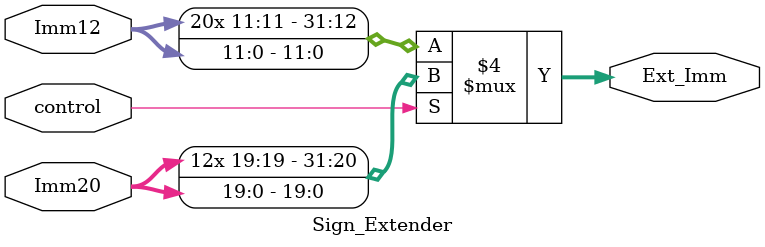
<source format=sv>
`timescale 1ns / 1ps


module Sign_Extender#(parameter Inst_Size =32)(
input logic [11:0] Imm12,
input logic [19:0] Imm20,
input logic control,
output logic [Inst_Size-1:0] Ext_Imm
    );
always@(*)begin
    if(~control)
        Ext_Imm = {{20{Imm12[11]}},Imm12};
    else
        Ext_Imm = {{12{Imm20[19]}},Imm20};
end
endmodule
</source>
